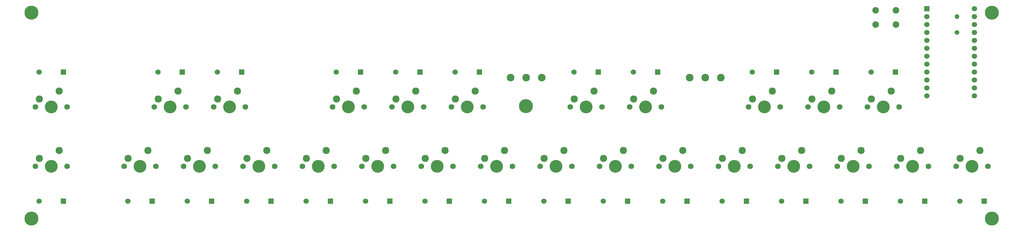
<source format=gbr>
%TF.GenerationSoftware,KiCad,Pcbnew,(5.1.6)-1*%
%TF.CreationDate,2020-07-16T09:20:40+02:00*%
%TF.ProjectId,keyboard_keyboard,6b657962-6f61-4726-945f-6b6579626f61,rev?*%
%TF.SameCoordinates,Original*%
%TF.FileFunction,Soldermask,Bot*%
%TF.FilePolarity,Negative*%
%FSLAX46Y46*%
G04 Gerber Fmt 4.6, Leading zero omitted, Abs format (unit mm)*
G04 Created by KiCad (PCBNEW (5.1.6)-1) date 2020-07-16 09:20:40*
%MOMM*%
%LPD*%
G01*
G04 APERTURE LIST*
%ADD10C,4.500000*%
%ADD11C,1.700000*%
%ADD12R,1.700000X1.700000*%
%ADD13C,2.100000*%
%ADD14C,2.440000*%
%ADD15O,1.500000X1.500000*%
%ADD16C,1.500000*%
%ADD17C,1.800000*%
%ADD18C,4.100000*%
%ADD19C,2.300000*%
G04 APERTURE END LIST*
D10*
%TO.C,H5*%
X156718000Y-107442000D03*
%TD*%
%TO.C,H4*%
X306070000Y-143510000D03*
%TD*%
%TO.C,H3*%
X-1778000Y-143510000D03*
%TD*%
%TO.C,H2*%
X306070000Y-77470000D03*
%TD*%
%TO.C,H1*%
X-1778000Y-77470000D03*
%TD*%
D11*
%TO.C,U1*%
X300482000Y-76200000D03*
X300482000Y-78740000D03*
X300482000Y-81280000D03*
X300482000Y-83820000D03*
X300482000Y-86360000D03*
X300482000Y-88900000D03*
X300482000Y-91440000D03*
X300482000Y-93980000D03*
X300482000Y-96520000D03*
X300482000Y-99060000D03*
X300482000Y-101600000D03*
X300482000Y-104140000D03*
X285242000Y-104140000D03*
X285242000Y-101600000D03*
X285242000Y-99060000D03*
X285242000Y-96520000D03*
X285242000Y-93980000D03*
X285242000Y-91440000D03*
X285242000Y-88900000D03*
X285242000Y-86360000D03*
X285242000Y-83820000D03*
X285242000Y-81280000D03*
X285242000Y-78740000D03*
D12*
X285242000Y-76200000D03*
%TD*%
D13*
%TO.C,SW2*%
X268836000Y-81280000D03*
X268836000Y-76780000D03*
X275336000Y-81280000D03*
X275336000Y-76780000D03*
%TD*%
D14*
%TO.C,RV2*%
X219202000Y-98298000D03*
X214202000Y-98298000D03*
X209202000Y-98298000D03*
%TD*%
%TO.C,RV1*%
X161798000Y-98298000D03*
X156798000Y-98298000D03*
X151798000Y-98298000D03*
%TD*%
D15*
%TO.C,R1*%
X294894000Y-78740000D03*
D16*
X294894000Y-83820000D03*
%TD*%
D17*
%TO.C,K27*%
X9652000Y-107696000D03*
X-508000Y-107696000D03*
D18*
X4572000Y-107696000D03*
D19*
X762000Y-105156000D03*
X7112000Y-102616000D03*
%TD*%
D17*
%TO.C,K26*%
X9652000Y-126746000D03*
X-508000Y-126746000D03*
D18*
X4572000Y-126746000D03*
D19*
X762000Y-124206000D03*
X7112000Y-121666000D03*
%TD*%
D17*
%TO.C,K25*%
X304800000Y-126746000D03*
X294640000Y-126746000D03*
D18*
X299720000Y-126746000D03*
D19*
X295910000Y-124206000D03*
X302260000Y-121666000D03*
%TD*%
D17*
%TO.C,K24*%
X285750000Y-126746000D03*
X275590000Y-126746000D03*
D18*
X280670000Y-126746000D03*
D19*
X276860000Y-124206000D03*
X283210000Y-121666000D03*
%TD*%
D17*
%TO.C,K23*%
X276352000Y-107696000D03*
X266192000Y-107696000D03*
D18*
X271272000Y-107696000D03*
D19*
X267462000Y-105156000D03*
X273812000Y-102616000D03*
%TD*%
D17*
%TO.C,K22*%
X266700000Y-126746000D03*
X256540000Y-126746000D03*
D18*
X261620000Y-126746000D03*
D19*
X257810000Y-124206000D03*
X264160000Y-121666000D03*
%TD*%
D17*
%TO.C,K21*%
X257302000Y-107696000D03*
X247142000Y-107696000D03*
D18*
X252222000Y-107696000D03*
D19*
X248412000Y-105156000D03*
X254762000Y-102616000D03*
%TD*%
D17*
%TO.C,K20*%
X247650000Y-126746000D03*
X237490000Y-126746000D03*
D18*
X242570000Y-126746000D03*
D19*
X238760000Y-124206000D03*
X245110000Y-121666000D03*
%TD*%
D17*
%TO.C,K19*%
X238252000Y-107696000D03*
X228092000Y-107696000D03*
D18*
X233172000Y-107696000D03*
D19*
X229362000Y-105156000D03*
X235712000Y-102616000D03*
%TD*%
D17*
%TO.C,K18*%
X228600000Y-126746000D03*
X218440000Y-126746000D03*
D18*
X223520000Y-126746000D03*
D19*
X219710000Y-124206000D03*
X226060000Y-121666000D03*
%TD*%
D17*
%TO.C,K17*%
X209550000Y-126746000D03*
X199390000Y-126746000D03*
D18*
X204470000Y-126746000D03*
D19*
X200660000Y-124206000D03*
X207010000Y-121666000D03*
%TD*%
D17*
%TO.C,K16*%
X200152000Y-107696000D03*
X189992000Y-107696000D03*
D18*
X195072000Y-107696000D03*
D19*
X191262000Y-105156000D03*
X197612000Y-102616000D03*
%TD*%
D17*
%TO.C,K15*%
X190500000Y-126746000D03*
X180340000Y-126746000D03*
D18*
X185420000Y-126746000D03*
D19*
X181610000Y-124206000D03*
X187960000Y-121666000D03*
%TD*%
D17*
%TO.C,K14*%
X181102000Y-107696000D03*
X170942000Y-107696000D03*
D18*
X176022000Y-107696000D03*
D19*
X172212000Y-105156000D03*
X178562000Y-102616000D03*
%TD*%
D17*
%TO.C,K13*%
X171450000Y-126746000D03*
X161290000Y-126746000D03*
D18*
X166370000Y-126746000D03*
D19*
X162560000Y-124206000D03*
X168910000Y-121666000D03*
%TD*%
D17*
%TO.C,K12*%
X152400000Y-126746000D03*
X142240000Y-126746000D03*
D18*
X147320000Y-126746000D03*
D19*
X143510000Y-124206000D03*
X149860000Y-121666000D03*
%TD*%
D17*
%TO.C,K11*%
X143002000Y-107696000D03*
X132842000Y-107696000D03*
D18*
X137922000Y-107696000D03*
D19*
X134112000Y-105156000D03*
X140462000Y-102616000D03*
%TD*%
D17*
%TO.C,K10*%
X133350000Y-126746000D03*
X123190000Y-126746000D03*
D18*
X128270000Y-126746000D03*
D19*
X124460000Y-124206000D03*
X130810000Y-121666000D03*
%TD*%
D17*
%TO.C,K9*%
X123952000Y-107696000D03*
X113792000Y-107696000D03*
D18*
X118872000Y-107696000D03*
D19*
X115062000Y-105156000D03*
X121412000Y-102616000D03*
%TD*%
D17*
%TO.C,K8*%
X114300000Y-126746000D03*
X104140000Y-126746000D03*
D18*
X109220000Y-126746000D03*
D19*
X105410000Y-124206000D03*
X111760000Y-121666000D03*
%TD*%
D17*
%TO.C,K7*%
X104902000Y-107696000D03*
X94742000Y-107696000D03*
D18*
X99822000Y-107696000D03*
D19*
X96012000Y-105156000D03*
X102362000Y-102616000D03*
%TD*%
D17*
%TO.C,K6*%
X95250000Y-126746000D03*
X85090000Y-126746000D03*
D18*
X90170000Y-126746000D03*
D19*
X86360000Y-124206000D03*
X92710000Y-121666000D03*
%TD*%
D17*
%TO.C,K5*%
X76200000Y-126746000D03*
X66040000Y-126746000D03*
D18*
X71120000Y-126746000D03*
D19*
X67310000Y-124206000D03*
X73660000Y-121666000D03*
%TD*%
D17*
%TO.C,K4*%
X66802000Y-107696000D03*
X56642000Y-107696000D03*
D18*
X61722000Y-107696000D03*
D19*
X57912000Y-105156000D03*
X64262000Y-102616000D03*
%TD*%
D17*
%TO.C,K3*%
X57150000Y-126746000D03*
X46990000Y-126746000D03*
D18*
X52070000Y-126746000D03*
D19*
X48260000Y-124206000D03*
X54610000Y-121666000D03*
%TD*%
D17*
%TO.C,K2*%
X47752000Y-107696000D03*
X37592000Y-107696000D03*
D18*
X42672000Y-107696000D03*
D19*
X38862000Y-105156000D03*
X45212000Y-102616000D03*
%TD*%
D17*
%TO.C,K1*%
X38100000Y-126746000D03*
X27940000Y-126746000D03*
D18*
X33020000Y-126746000D03*
D19*
X29210000Y-124206000D03*
X35560000Y-121666000D03*
%TD*%
D11*
%TO.C,D27*%
X672000Y-96520000D03*
D12*
X8472000Y-96520000D03*
%TD*%
D11*
%TO.C,D26*%
X672000Y-137922000D03*
D12*
X8472000Y-137922000D03*
%TD*%
D11*
%TO.C,D25*%
X295820000Y-137922000D03*
D12*
X303620000Y-137922000D03*
%TD*%
D11*
%TO.C,D24*%
X276770000Y-137922000D03*
D12*
X284570000Y-137922000D03*
%TD*%
D11*
%TO.C,D23*%
X267372000Y-96520000D03*
D12*
X275172000Y-96520000D03*
%TD*%
D11*
%TO.C,D22*%
X257720000Y-137922000D03*
D12*
X265520000Y-137922000D03*
%TD*%
D11*
%TO.C,D21*%
X248322000Y-96520000D03*
D12*
X256122000Y-96520000D03*
%TD*%
D11*
%TO.C,D20*%
X238670000Y-137922000D03*
D12*
X246470000Y-137922000D03*
%TD*%
D11*
%TO.C,D19*%
X229272000Y-96520000D03*
D12*
X237072000Y-96520000D03*
%TD*%
D11*
%TO.C,D18*%
X219620000Y-137922000D03*
D12*
X227420000Y-137922000D03*
%TD*%
D11*
%TO.C,D17*%
X200570000Y-137922000D03*
D12*
X208370000Y-137922000D03*
%TD*%
D11*
%TO.C,D16*%
X191172000Y-96520000D03*
D12*
X198972000Y-96520000D03*
%TD*%
D11*
%TO.C,D15*%
X181520000Y-137922000D03*
D12*
X189320000Y-137922000D03*
%TD*%
D11*
%TO.C,D14*%
X172122000Y-96520000D03*
D12*
X179922000Y-96520000D03*
%TD*%
D11*
%TO.C,D13*%
X162470000Y-137922000D03*
D12*
X170270000Y-137922000D03*
%TD*%
D11*
%TO.C,D12*%
X143420000Y-137922000D03*
D12*
X151220000Y-137922000D03*
%TD*%
D11*
%TO.C,D11*%
X134022000Y-96520000D03*
D12*
X141822000Y-96520000D03*
%TD*%
D11*
%TO.C,D10*%
X124370000Y-137922000D03*
D12*
X132170000Y-137922000D03*
%TD*%
D11*
%TO.C,D9*%
X114972000Y-96520000D03*
D12*
X122772000Y-96520000D03*
%TD*%
D11*
%TO.C,D8*%
X105320000Y-137922000D03*
D12*
X113120000Y-137922000D03*
%TD*%
D11*
%TO.C,D7*%
X95922000Y-96520000D03*
D12*
X103722000Y-96520000D03*
%TD*%
D11*
%TO.C,D6*%
X86270000Y-137922000D03*
D12*
X94070000Y-137922000D03*
%TD*%
D11*
%TO.C,D5*%
X67220000Y-137922000D03*
D12*
X75020000Y-137922000D03*
%TD*%
D11*
%TO.C,D4*%
X57822000Y-96520000D03*
D12*
X65622000Y-96520000D03*
%TD*%
D11*
%TO.C,D3*%
X48170000Y-137922000D03*
D12*
X55970000Y-137922000D03*
%TD*%
D11*
%TO.C,D2*%
X38772000Y-96520000D03*
D12*
X46572000Y-96520000D03*
%TD*%
D11*
%TO.C,D1*%
X29120000Y-137922000D03*
D12*
X36920000Y-137922000D03*
%TD*%
M02*

</source>
